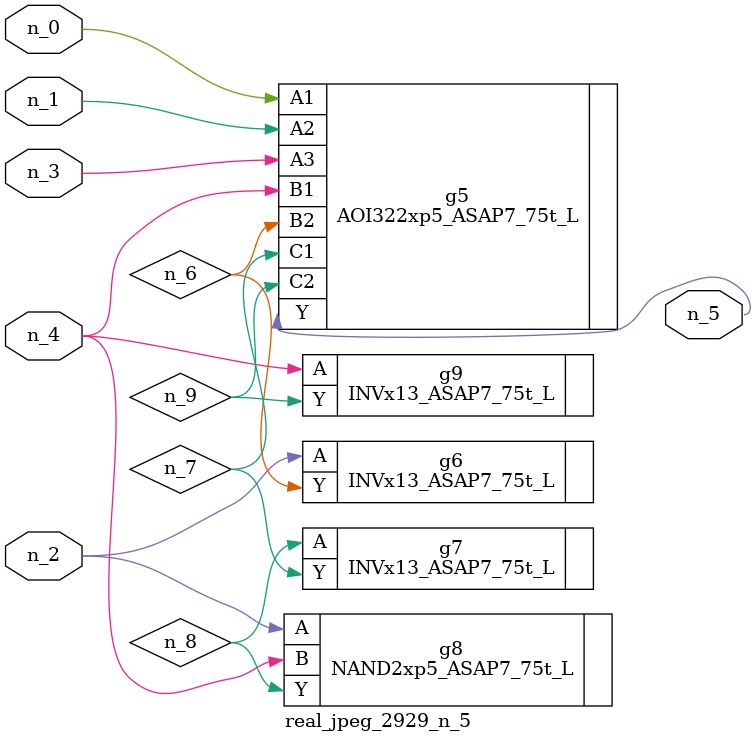
<source format=v>
module real_jpeg_2929_n_5 (n_4, n_0, n_1, n_2, n_3, n_5);

input n_4;
input n_0;
input n_1;
input n_2;
input n_3;

output n_5;

wire n_8;
wire n_6;
wire n_7;
wire n_9;

AOI322xp5_ASAP7_75t_L g5 ( 
.A1(n_0),
.A2(n_1),
.A3(n_3),
.B1(n_4),
.B2(n_6),
.C1(n_7),
.C2(n_9),
.Y(n_5)
);

INVx13_ASAP7_75t_L g6 ( 
.A(n_2),
.Y(n_6)
);

NAND2xp5_ASAP7_75t_L g8 ( 
.A(n_2),
.B(n_4),
.Y(n_8)
);

INVx13_ASAP7_75t_L g9 ( 
.A(n_4),
.Y(n_9)
);

INVx13_ASAP7_75t_L g7 ( 
.A(n_8),
.Y(n_7)
);


endmodule
</source>
